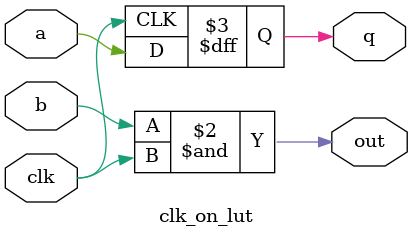
<source format=v>
`timescale 1ns / 1ps

module clk_on_lut(a, b, q, out, clk);

input wire clk;
input wire a;
input wire b;
output reg q;
output wire out;

always @(posedge clk) begin
  q <= a;
end

assign out = b & clk;

endmodule

</source>
